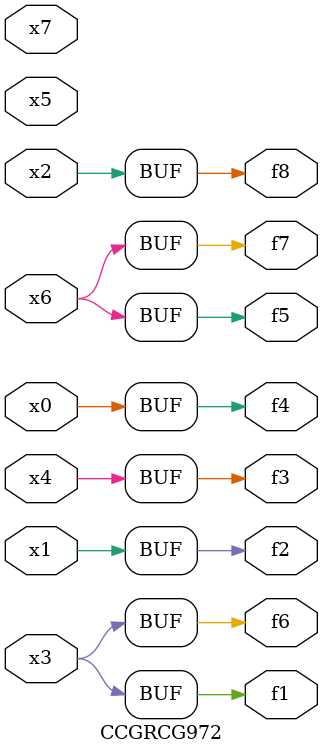
<source format=v>
module CCGRCG972(
	input x0, x1, x2, x3, x4, x5, x6, x7,
	output f1, f2, f3, f4, f5, f6, f7, f8
);
	assign f1 = x3;
	assign f2 = x1;
	assign f3 = x4;
	assign f4 = x0;
	assign f5 = x6;
	assign f6 = x3;
	assign f7 = x6;
	assign f8 = x2;
endmodule

</source>
